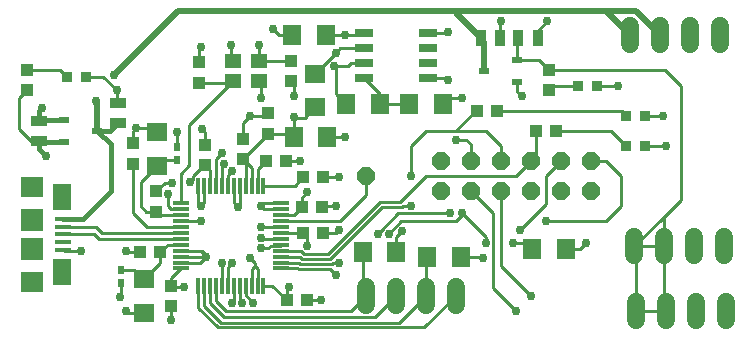
<source format=gbr>
G04 EAGLE Gerber RS-274X export*
G75*
%MOMM*%
%FSLAX34Y34*%
%LPD*%
%INTop Copper*%
%IPPOS*%
%AMOC8*
5,1,8,0,0,1.08239X$1,22.5*%
G01*
%ADD10R,1.390000X0.910000*%
%ADD11R,1.100000X1.000000*%
%ADD12R,1.600000X1.800000*%
%ADD13R,1.000000X1.100000*%
%ADD14R,1.800000X1.600000*%
%ADD15R,0.910000X1.390000*%
%ADD16R,0.900000X0.600000*%
%ADD17R,1.475000X0.300000*%
%ADD18R,0.300000X1.475000*%
%ADD19R,1.500000X0.650000*%
%ADD20R,1.350000X0.400000*%
%ADD21R,1.600000X2.200000*%
%ADD22R,1.900000X1.800000*%
%ADD23R,1.900000X1.900000*%
%ADD24C,1.524000*%
%ADD25P,1.649562X8X202.500000*%
%ADD26R,0.600000X0.750000*%
%ADD27R,0.900000X0.950000*%
%ADD28R,1.600000X1.803000*%
%ADD29R,1.803000X1.600000*%
%ADD30R,1.400000X1.200000*%
%ADD31P,1.649562X8X22.500000*%
%ADD32C,0.406400*%
%ADD33C,0.508000*%
%ADD34C,0.756400*%
%ADD35C,0.254000*%
%ADD36C,0.381000*%


D10*
X27940Y169600D03*
X27940Y186000D03*
D11*
X237100Y152400D03*
X220100Y152400D03*
X268850Y138430D03*
X251850Y138430D03*
X250580Y113030D03*
X267580Y113030D03*
D12*
X243810Y172720D03*
X271810Y172720D03*
D13*
X222250Y175650D03*
X222250Y192650D03*
X200660Y154060D03*
X200660Y171060D03*
X168910Y165980D03*
X168910Y148980D03*
D10*
X95250Y184840D03*
X95250Y201240D03*
D11*
X268850Y91440D03*
X251850Y91440D03*
D13*
X139700Y29600D03*
X139700Y46600D03*
D11*
X113420Y74930D03*
X130420Y74930D03*
D13*
X127000Y126610D03*
X127000Y109610D03*
D14*
X128270Y148560D03*
X128270Y176560D03*
X116840Y52100D03*
X116840Y24100D03*
D13*
X163830Y218830D03*
X163830Y235830D03*
X241300Y237100D03*
X241300Y220100D03*
D15*
X433760Y256540D03*
X450160Y256540D03*
X402010Y256540D03*
X418410Y256540D03*
D16*
X433100Y219100D03*
X433100Y238100D03*
X405100Y228600D03*
D17*
X148120Y116400D03*
X148120Y111400D03*
X148120Y106400D03*
X148120Y101400D03*
X148120Y96400D03*
X148120Y91400D03*
X148120Y86400D03*
X148120Y81400D03*
X148120Y76400D03*
X148120Y71400D03*
X148120Y66400D03*
X148120Y61400D03*
D18*
X163000Y46520D03*
X168000Y46520D03*
X173000Y46520D03*
X178000Y46520D03*
X183000Y46520D03*
X188000Y46520D03*
X193000Y46520D03*
X198000Y46520D03*
X203000Y46520D03*
X208000Y46520D03*
X213000Y46520D03*
X218000Y46520D03*
D17*
X232880Y61400D03*
X232880Y66400D03*
X232880Y71400D03*
X232880Y76400D03*
X232880Y81400D03*
X232880Y86400D03*
X232880Y91400D03*
X232880Y96400D03*
X232880Y101400D03*
X232880Y106400D03*
X232880Y111400D03*
X232880Y116400D03*
D18*
X218000Y131280D03*
X213000Y131280D03*
X208000Y131280D03*
X203000Y131280D03*
X198000Y131280D03*
X193000Y131280D03*
X188000Y131280D03*
X183000Y131280D03*
X178000Y131280D03*
X173000Y131280D03*
X168000Y131280D03*
X163000Y131280D03*
D19*
X303200Y260350D03*
X303200Y247650D03*
X303200Y234950D03*
X303200Y222250D03*
X357200Y222250D03*
X357200Y234950D03*
X357200Y247650D03*
X357200Y260350D03*
D16*
X49500Y187300D03*
X49500Y168300D03*
X77500Y177800D03*
D20*
X48710Y103170D03*
X48710Y96670D03*
X48710Y90170D03*
X48710Y83670D03*
X48710Y77170D03*
D21*
X47460Y121670D03*
X47460Y58670D03*
D22*
X21960Y130170D03*
D23*
X21960Y102170D03*
X21960Y78170D03*
D22*
X21960Y50170D03*
D24*
X304800Y45720D02*
X304800Y30480D01*
X330200Y30480D02*
X330200Y45720D01*
X355600Y45720D02*
X355600Y30480D01*
X381000Y30480D02*
X381000Y45720D01*
X609600Y33020D02*
X609600Y17780D01*
X584200Y17780D02*
X584200Y33020D01*
X558800Y33020D02*
X558800Y17780D01*
X533400Y17780D02*
X533400Y33020D01*
X604520Y251460D02*
X604520Y266700D01*
X579120Y266700D02*
X579120Y251460D01*
X553720Y251460D02*
X553720Y266700D01*
X528320Y266700D02*
X528320Y251460D01*
D25*
X495300Y152400D03*
X495300Y127000D03*
X469900Y152400D03*
X469900Y127000D03*
X444500Y152400D03*
X444500Y127000D03*
X419100Y152400D03*
X419100Y127000D03*
X393700Y152400D03*
X393700Y127000D03*
X368300Y152400D03*
X368300Y127000D03*
D24*
X608330Y87630D02*
X608330Y72390D01*
X582930Y72390D02*
X582930Y87630D01*
X557530Y87630D02*
X557530Y72390D01*
X532130Y72390D02*
X532130Y87630D01*
D26*
X97790Y49110D03*
X97790Y60110D03*
X144780Y164250D03*
X144780Y153250D03*
D27*
X541400Y190500D03*
X525400Y190500D03*
X541400Y165100D03*
X525400Y165100D03*
X500760Y215900D03*
X484760Y215900D03*
X67690Y223520D03*
X51690Y223520D03*
D13*
X399170Y194310D03*
X416170Y194310D03*
D28*
X356620Y71120D03*
X385060Y71120D03*
X302010Y74930D03*
X330450Y74930D03*
X473960Y77470D03*
X445520Y77470D03*
D13*
X448700Y177800D03*
X465700Y177800D03*
D11*
X459740Y229480D03*
X459740Y212480D03*
X107950Y167250D03*
X107950Y150250D03*
D28*
X242320Y259080D03*
X270760Y259080D03*
D29*
X261620Y197870D03*
X261620Y226310D03*
D28*
X369820Y200660D03*
X341380Y200660D03*
X316480Y200660D03*
X288040Y200660D03*
D11*
X17780Y229480D03*
X17780Y212480D03*
D30*
X214200Y237100D03*
X192200Y237100D03*
X192200Y220100D03*
X214200Y220100D03*
D11*
X254880Y34290D03*
X237880Y34290D03*
D31*
X304800Y139700D03*
D32*
X65070Y103170D02*
X48710Y103170D01*
X65070Y103170D02*
X88900Y127000D01*
X88900Y166400D01*
X77500Y177800D01*
X88210Y177800D01*
X95250Y184840D01*
D33*
X77500Y177800D02*
X77500Y201900D01*
X76200Y203200D01*
D34*
X76200Y203200D03*
X91440Y224790D03*
D33*
X146050Y279400D01*
X508000Y279400D02*
X528320Y259080D01*
X381000Y279400D02*
X146050Y279400D01*
X381000Y279400D02*
X508000Y279400D01*
X533400Y279400D01*
X553720Y259080D01*
X402010Y256540D02*
X381000Y277550D01*
X381000Y279400D01*
X405100Y253450D02*
X405100Y228600D01*
X405100Y253450D02*
X402010Y256540D01*
D35*
X164190Y66400D02*
X148120Y66400D01*
X164190Y66400D02*
X169190Y71400D01*
X166170Y76400D02*
X148120Y76400D01*
X148120Y71400D02*
X169190Y71400D01*
X170180Y72390D01*
X164900Y101400D02*
X148120Y101400D01*
X163000Y116400D02*
X163000Y131280D01*
X163000Y116400D02*
X165100Y114300D01*
X168000Y117200D02*
X168000Y131280D01*
X168000Y117200D02*
X165100Y114300D01*
X49680Y76200D02*
X48710Y77170D01*
X49680Y76200D02*
X63500Y76200D01*
D34*
X63500Y76200D03*
D35*
X102900Y24100D02*
X116840Y24100D01*
X102900Y24100D02*
X101600Y25400D01*
D34*
X101600Y25400D03*
D35*
X139700Y29600D02*
X139700Y17780D01*
D34*
X139700Y17780D03*
D35*
X113420Y74930D02*
X102870Y74930D01*
X101600Y76200D01*
D34*
X101600Y76200D03*
D35*
X166170Y76400D02*
X170180Y72390D01*
X166170Y74420D02*
X166170Y76400D01*
X166170Y74420D02*
X169190Y71400D01*
D34*
X169190Y71400D03*
X165100Y114300D03*
D35*
X165100Y101600D02*
X164900Y101400D01*
D34*
X165100Y101600D03*
D35*
X134374Y133984D02*
X127000Y126610D01*
X134374Y133984D02*
X140970Y133984D01*
D34*
X140970Y133984D03*
D35*
X128270Y176560D02*
X124490Y180340D01*
X110490Y180340D01*
D34*
X110490Y180340D03*
D35*
X107950Y177800D02*
X107950Y167250D01*
X107950Y177800D02*
X110490Y180340D01*
X95250Y201240D02*
X93980Y202510D01*
X93980Y212090D01*
D34*
X93980Y212090D03*
D36*
X49500Y187300D02*
X29240Y187300D01*
X27940Y186000D01*
X27940Y194310D01*
X30480Y196850D01*
D34*
X30480Y196850D03*
D35*
X163830Y235830D02*
X163830Y247650D01*
X165100Y248920D01*
D34*
X165100Y248920D03*
D35*
X241300Y220100D02*
X243840Y217560D01*
X243840Y207010D01*
D34*
X243840Y207010D03*
D35*
X192200Y237100D02*
X190500Y238800D01*
X190500Y250190D01*
D34*
X190500Y250190D03*
D35*
X214200Y220100D02*
X215900Y218400D01*
X215900Y205740D01*
D34*
X215900Y205740D03*
D35*
X208000Y60680D02*
X208000Y46520D01*
X208000Y60680D02*
X210820Y63500D01*
X213000Y61320D01*
X213000Y46520D01*
X210820Y63500D02*
X210820Y66040D01*
X207010Y69850D01*
D34*
X207010Y69850D03*
D35*
X216730Y116400D02*
X232880Y116400D01*
X216730Y116400D02*
X215900Y115570D01*
X215900Y114300D01*
D34*
X215900Y114300D03*
D35*
X218800Y111400D02*
X232880Y111400D01*
X218800Y111400D02*
X215900Y114300D01*
X193000Y116880D02*
X193000Y131280D01*
X193000Y116880D02*
X196850Y113030D01*
D34*
X196850Y113030D03*
D35*
X198000Y114180D02*
X198000Y131280D01*
X198000Y114180D02*
X196850Y113030D01*
X271810Y172720D02*
X287020Y172720D01*
D34*
X287020Y172720D03*
D35*
X222250Y192650D02*
X220100Y190500D01*
X207010Y190500D01*
D34*
X207010Y190500D03*
D35*
X200660Y184150D02*
X200660Y171060D01*
X200660Y184150D02*
X207010Y190500D01*
X168910Y176530D02*
X168910Y165980D01*
X168910Y176530D02*
X166370Y179070D01*
D34*
X166370Y179070D03*
D35*
X237100Y152400D02*
X248920Y152400D01*
D34*
X248920Y152400D03*
D35*
X268850Y138430D02*
X281940Y138430D01*
D34*
X281940Y138430D03*
D35*
X268850Y114300D02*
X267580Y113030D01*
X268850Y114300D02*
X279400Y114300D01*
D34*
X279400Y114300D03*
D35*
X279400Y91440D02*
X268850Y91440D01*
X279400Y91440D02*
X281940Y93980D01*
D34*
X281940Y93980D03*
D35*
X266700Y34290D02*
X254880Y34290D01*
D34*
X266700Y34290D03*
D35*
X357200Y222250D02*
X373380Y222250D01*
X374650Y220980D01*
D34*
X374650Y220980D03*
D35*
X82550Y223520D02*
X67690Y223520D01*
X82550Y223520D02*
X93980Y212090D01*
X433100Y210790D02*
X433100Y219100D01*
X433100Y210790D02*
X436880Y207010D01*
D34*
X436880Y207010D03*
D35*
X418410Y256540D02*
X418410Y269820D01*
X419100Y270510D01*
D34*
X419100Y270510D03*
D35*
X450160Y262200D02*
X450160Y256540D01*
X450160Y262200D02*
X458470Y270510D01*
D34*
X458470Y270510D03*
D35*
X500760Y215900D02*
X518160Y215900D01*
D34*
X518160Y215900D03*
D35*
X541400Y190500D02*
X556260Y190500D01*
D34*
X556260Y190500D03*
D35*
X558800Y165100D02*
X541400Y165100D01*
D34*
X558800Y165100D03*
D32*
X49500Y168300D02*
X29240Y168300D01*
X27940Y169600D01*
D35*
X139700Y52980D02*
X139700Y46600D01*
X139700Y52980D02*
X148120Y61400D01*
D36*
X27940Y162560D02*
X27940Y169600D01*
X27940Y162560D02*
X34290Y156210D01*
D34*
X34290Y156210D03*
D35*
X97790Y49110D02*
X97790Y38100D01*
X96520Y36830D01*
D34*
X96520Y36830D03*
D35*
X139700Y46600D02*
X140580Y45720D01*
X151130Y45720D01*
D34*
X151130Y45720D03*
D35*
X144780Y164250D02*
X144780Y176530D01*
D34*
X144780Y176530D03*
D35*
X173000Y144890D02*
X173000Y131280D01*
X173000Y144890D02*
X168910Y148980D01*
X203000Y151720D02*
X203000Y131280D01*
X208000Y131280D02*
X208000Y146720D01*
X203000Y151720D01*
X243810Y172720D02*
X243810Y189200D01*
X243840Y189230D01*
D34*
X243840Y189230D03*
X156194Y134194D03*
D35*
X158706Y139812D02*
X168392Y149498D01*
X158706Y139812D02*
X158706Y136706D01*
X156194Y134194D01*
X168910Y148980D02*
X168392Y149498D01*
X232880Y106400D02*
X243950Y106400D01*
X250580Y113030D01*
X251850Y91440D02*
X251810Y91400D01*
X232880Y91400D01*
X250580Y113030D02*
X250580Y121040D01*
X255270Y125730D01*
D34*
X255270Y125730D03*
D35*
X251850Y91440D02*
X255270Y88020D01*
X255270Y80010D01*
D34*
X255270Y80010D03*
D35*
X225650Y46520D02*
X218000Y46520D01*
X225650Y46520D02*
X237880Y34290D01*
X237880Y43570D01*
X240030Y45720D01*
D34*
X240030Y45720D03*
D35*
X357200Y260350D02*
X373380Y260350D01*
X374650Y261620D01*
D34*
X374650Y261620D03*
D35*
X242320Y259080D02*
X231140Y259080D01*
X226060Y264160D01*
D34*
X226060Y264160D03*
D35*
X261620Y197870D02*
X252950Y189200D01*
X243810Y189200D01*
X369820Y200660D02*
X374900Y205740D01*
X386080Y205740D01*
D34*
X386080Y205740D03*
D35*
X27940Y169600D02*
X20900Y169600D01*
X11430Y179070D01*
X11430Y206130D01*
X17780Y212480D01*
X385060Y71120D02*
X402590Y71120D01*
X403860Y69850D01*
D34*
X403860Y69850D03*
D35*
X330450Y74930D02*
X330450Y87880D01*
X335280Y92710D01*
D34*
X335280Y92710D03*
D35*
X473960Y77470D02*
X486410Y77470D01*
X491490Y82550D01*
D34*
X491490Y82550D03*
D35*
X222250Y175650D02*
X200660Y154060D01*
X222250Y175650D02*
X240880Y175650D01*
X243810Y172720D01*
X203000Y151720D02*
X200660Y154060D01*
X148120Y91400D02*
X81320Y91400D01*
X76050Y96670D02*
X48710Y96670D01*
X76050Y96670D02*
X81320Y91400D01*
X78700Y86400D02*
X148120Y86400D01*
X74930Y90170D02*
X48710Y90170D01*
X74930Y90170D02*
X78700Y86400D01*
D34*
X279400Y55880D03*
D35*
X247338Y61400D02*
X232880Y61400D01*
X247338Y61400D02*
X247496Y61242D01*
X274038Y61242D02*
X279400Y55880D01*
X274038Y61242D02*
X247496Y61242D01*
D34*
X324048Y90778D03*
D35*
X334870Y101600D01*
X381000Y101600D01*
X386080Y106680D01*
X386080Y108176D01*
D34*
X386080Y108176D03*
D35*
X406174Y88082D01*
X406174Y82550D01*
D34*
X406174Y82550D03*
X429260Y82550D03*
D35*
X440440Y82550D01*
X445520Y77470D01*
X178000Y46520D02*
X178000Y34065D01*
X186665Y25400D01*
X292100Y25400D02*
X304800Y38100D01*
X292100Y25400D02*
X186665Y25400D01*
X302010Y40890D02*
X304800Y38100D01*
X302010Y40890D02*
X302010Y74930D01*
X163000Y46520D02*
X163000Y27852D01*
X179422Y11430D01*
X354330Y11430D02*
X381000Y38100D01*
X354330Y11430D02*
X179422Y11430D01*
X168000Y29923D02*
X168000Y46520D01*
X168000Y29923D02*
X182429Y15494D01*
X332994Y15494D02*
X355600Y38100D01*
X332994Y15494D02*
X182429Y15494D01*
X355600Y38100D02*
X355600Y70100D01*
X356620Y71120D01*
X173000Y46520D02*
X173000Y31994D01*
X184594Y20400D01*
X300152Y20400D02*
X300486Y20066D01*
X312166Y20066D01*
X330200Y38100D01*
X300152Y20400D02*
X184594Y20400D01*
X213000Y131280D02*
X213000Y145300D01*
X220100Y152400D01*
X218000Y131280D02*
X244700Y131280D01*
X251850Y138430D01*
X148120Y106400D02*
X130210Y106400D01*
X127000Y109610D01*
X118990Y109610D01*
X114300Y114300D01*
X114300Y134590D01*
X128270Y148560D01*
X132960Y153250D01*
X144780Y153250D01*
X148120Y81400D02*
X136890Y81400D01*
X130420Y74930D01*
X130420Y65680D02*
X116840Y52100D01*
X130420Y65680D02*
X130420Y74930D01*
X108830Y60110D02*
X97790Y60110D01*
X108830Y60110D02*
X116840Y52100D01*
X119500Y96400D02*
X148120Y96400D01*
X107950Y107950D02*
X107950Y150250D01*
X107950Y107950D02*
X119500Y96400D01*
X178000Y131280D02*
X178000Y153870D01*
X182880Y158750D01*
D34*
X182880Y158750D03*
X287020Y259080D03*
D35*
X301930Y259080D01*
X303200Y260350D01*
X287020Y259080D02*
X270760Y259080D01*
X183000Y148086D02*
X183000Y131280D01*
X183000Y148086D02*
X184576Y149662D01*
D34*
X184576Y149662D03*
X279400Y243840D03*
D35*
X283210Y247650D01*
X303200Y247650D01*
X279150Y243840D02*
X261620Y226310D01*
X279150Y243840D02*
X279400Y243840D01*
X316480Y208970D02*
X316480Y200660D01*
X316480Y208970D02*
X303200Y222250D01*
X316480Y200660D02*
X341380Y200660D01*
X188000Y140234D02*
X188000Y131280D01*
X188000Y140234D02*
X191727Y143961D01*
D34*
X191727Y143961D03*
X278130Y232410D03*
D35*
X279400Y232410D01*
X289560Y232410D01*
X292100Y234950D01*
X303200Y234950D01*
X279400Y209300D02*
X288040Y200660D01*
X279400Y209300D02*
X279400Y232410D01*
X148120Y141770D02*
X148120Y116400D01*
X148120Y141770D02*
X154940Y148590D01*
X154940Y182840D02*
X192200Y220100D01*
X154940Y182840D02*
X154940Y148590D01*
X190930Y218830D02*
X192200Y220100D01*
X190930Y218830D02*
X163830Y218830D01*
X147414Y112106D02*
X148120Y111400D01*
X147414Y112106D02*
X139588Y112106D01*
X137160Y114534D01*
X137160Y124460D01*
X137306Y124460D01*
D34*
X137306Y124460D03*
X214630Y250190D03*
D35*
X214630Y237530D01*
X214200Y237100D01*
X241300Y237100D01*
X433100Y238100D02*
X451120Y238100D01*
X459740Y229480D01*
X433100Y238100D02*
X433100Y255880D01*
X433760Y256540D01*
X459740Y229480D02*
X557920Y229480D01*
X571500Y215900D01*
X571500Y119380D01*
X556260Y104140D01*
X532130Y80010D01*
X556260Y104140D02*
X557530Y102870D01*
X557530Y80010D01*
X533400Y78740D02*
X532130Y80010D01*
X533400Y78740D02*
X533400Y25400D01*
X557530Y26670D02*
X558800Y25400D01*
X557530Y26670D02*
X557530Y80010D01*
X558800Y25400D02*
X533400Y25400D01*
X532130Y80010D02*
X557530Y80010D01*
D34*
X281940Y66040D03*
D35*
X248085Y66400D02*
X232880Y66400D01*
X248085Y66400D02*
X249179Y65306D01*
X276191Y65306D01*
X276925Y66040D01*
X281940Y66040D01*
D34*
X314960Y90170D03*
X375920Y108176D03*
D35*
X317472Y92682D02*
X314960Y90170D01*
X317472Y92682D02*
X317472Y93502D01*
X345624Y107950D02*
X345850Y108176D01*
X375920Y108176D01*
X331920Y107950D02*
X317472Y93502D01*
X331920Y107950D02*
X345624Y107950D01*
D34*
X381000Y170180D03*
D35*
X389890Y170180D01*
X393700Y166370D02*
X393700Y152400D01*
X393700Y166370D02*
X389890Y170180D01*
X248833Y71400D02*
X232880Y71400D01*
X248833Y71400D02*
X250863Y69370D01*
X274507Y69370D01*
X318469Y113331D01*
D34*
X342900Y114526D03*
D35*
X334979Y113331D02*
X318469Y113331D01*
X336173Y114526D02*
X342900Y114526D01*
X336173Y114526D02*
X334979Y113331D01*
D34*
X342900Y139700D03*
D35*
X342900Y165100D01*
X355600Y177800D01*
X381000Y177800D02*
X406400Y177800D01*
X381000Y177800D02*
X355600Y177800D01*
X406400Y177800D02*
X419100Y165100D01*
X419100Y152400D01*
X381000Y177800D02*
X397510Y194310D01*
X399170Y194310D01*
X249580Y76400D02*
X232880Y76400D01*
X249580Y76400D02*
X252546Y73434D01*
X272824Y73434D01*
X316785Y117395D01*
X333295Y117395D02*
X355600Y139700D01*
X333295Y117395D02*
X316785Y117395D01*
X355600Y139700D02*
X431800Y139700D01*
X444500Y152400D01*
X448700Y156600D01*
X448700Y177800D01*
D34*
X215900Y78344D03*
D35*
X232174Y80694D02*
X232880Y81400D01*
X232174Y80694D02*
X224348Y80694D01*
X221998Y78344D02*
X215900Y78344D01*
X221998Y78344D02*
X224348Y80694D01*
D34*
X435610Y93980D03*
D35*
X457200Y115570D01*
X457200Y139700D01*
X469900Y152400D01*
X232880Y86400D02*
X216932Y86400D01*
X215900Y87432D01*
D34*
X215900Y87432D03*
X457200Y101600D03*
D35*
X508000Y101600D01*
X520700Y114300D01*
X520700Y139700D01*
X508000Y152400D01*
X495300Y152400D01*
X183000Y46520D02*
X182682Y46838D01*
X182682Y66252D01*
D34*
X182682Y66252D03*
D35*
X188000Y62270D02*
X188000Y46520D01*
X188000Y62270D02*
X191770Y66040D01*
D34*
X191770Y66040D03*
D35*
X193000Y46520D02*
X193000Y33814D01*
X191162Y31976D01*
D34*
X191162Y31976D03*
X444500Y38100D03*
D35*
X419100Y63500D01*
X419100Y127000D01*
X198000Y46520D02*
X198000Y34226D01*
X200250Y31976D01*
D34*
X200250Y31976D03*
X431800Y25400D03*
D35*
X412750Y44450D01*
X412750Y107950D02*
X393700Y127000D01*
X412750Y107950D02*
X412750Y44450D01*
X203000Y46520D02*
X203000Y38526D01*
X209550Y31976D01*
D34*
X209550Y31976D03*
D35*
X416170Y194310D02*
X521590Y194310D01*
X525400Y190500D01*
X512700Y177800D02*
X465700Y177800D01*
X512700Y177800D02*
X525400Y165100D01*
X232880Y96400D02*
X216020Y96400D01*
X215900Y96520D01*
D34*
X215900Y96520D03*
D35*
X232880Y101400D02*
X283010Y101400D01*
X304800Y123190D01*
X304800Y139700D01*
X45730Y229480D02*
X17780Y229480D01*
X45730Y229480D02*
X51690Y223520D01*
X459740Y212480D02*
X463160Y215900D01*
X484760Y215900D01*
M02*

</source>
